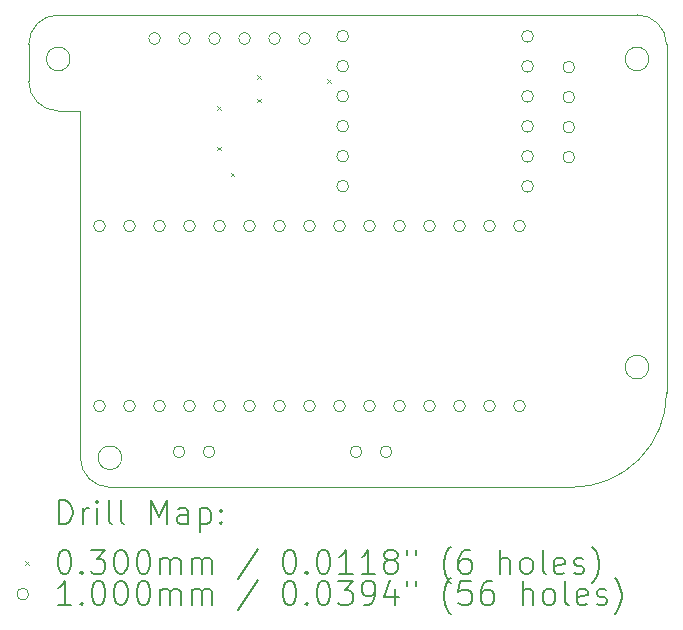
<source format=gbr>
%TF.GenerationSoftware,KiCad,Pcbnew,(6.0.9)*%
%TF.CreationDate,2023-05-29T15:26:25+10:00*%
%TF.ProjectId,SumoNyxPCB2.2,53756d6f-4e79-4785-9043-42322e322e6b,rev?*%
%TF.SameCoordinates,Original*%
%TF.FileFunction,Drillmap*%
%TF.FilePolarity,Positive*%
%FSLAX45Y45*%
G04 Gerber Fmt 4.5, Leading zero omitted, Abs format (unit mm)*
G04 Created by KiCad (PCBNEW (6.0.9)) date 2023-05-29 15:26:25*
%MOMM*%
%LPD*%
G01*
G04 APERTURE LIST*
%ADD10C,0.010000*%
%ADD11C,0.200000*%
%ADD12C,0.030000*%
%ADD13C,0.100000*%
G04 APERTURE END LIST*
D10*
X15912500Y-7188527D02*
X15912500Y-7188500D01*
X20975000Y-6625000D02*
G75*
G03*
X20725000Y-6375000I-250000J0D01*
G01*
X20725000Y-6375000D02*
X15825000Y-6375000D01*
X20825000Y-9357398D02*
G75*
G03*
X20825000Y-9357398I-100000J0D01*
G01*
X16012500Y-10125000D02*
G75*
G03*
X16262500Y-10375000I250000J0D01*
G01*
X15925000Y-6748198D02*
G75*
G03*
X15925000Y-6748198I-100000J0D01*
G01*
X16362500Y-10125000D02*
G75*
G03*
X16362500Y-10125000I-100000J0D01*
G01*
X20825000Y-6748198D02*
G75*
G03*
X20825000Y-6748198I-100000J0D01*
G01*
X15912500Y-7188500D02*
X16012500Y-7188500D01*
X16262500Y-10375000D02*
X20175000Y-10375000D01*
X15825000Y-7188527D02*
X15912500Y-7188527D01*
X20175000Y-10375000D02*
G75*
G03*
X20975000Y-9575000I0J800000D01*
G01*
X20975000Y-9575000D02*
X20975000Y-6625000D01*
X15575003Y-6938527D02*
G75*
G03*
X15825000Y-7188527I249997J-3D01*
G01*
X16012500Y-7188500D02*
X16012500Y-10125000D01*
X15825000Y-6375000D02*
G75*
G03*
X15575000Y-6625000I0J-250000D01*
G01*
X15575000Y-6625000D02*
X15575000Y-6938527D01*
D11*
D12*
X17171730Y-7146730D02*
X17201730Y-7176730D01*
X17201730Y-7146730D02*
X17171730Y-7176730D01*
X17171730Y-7491450D02*
X17201730Y-7521450D01*
X17201730Y-7491450D02*
X17171730Y-7521450D01*
X17285000Y-7710000D02*
X17315000Y-7740000D01*
X17315000Y-7710000D02*
X17285000Y-7740000D01*
X17510000Y-6885000D02*
X17540000Y-6915000D01*
X17540000Y-6885000D02*
X17510000Y-6915000D01*
X17510000Y-7085000D02*
X17540000Y-7115000D01*
X17540000Y-7085000D02*
X17510000Y-7115000D01*
X18101000Y-6919000D02*
X18131000Y-6949000D01*
X18131000Y-6919000D02*
X18101000Y-6949000D01*
D13*
X16224000Y-8162000D02*
G75*
G03*
X16224000Y-8162000I-50000J0D01*
G01*
X16224000Y-9686000D02*
G75*
G03*
X16224000Y-9686000I-50000J0D01*
G01*
X16478000Y-8162000D02*
G75*
G03*
X16478000Y-8162000I-50000J0D01*
G01*
X16478000Y-9686000D02*
G75*
G03*
X16478000Y-9686000I-50000J0D01*
G01*
X16690000Y-6575000D02*
G75*
G03*
X16690000Y-6575000I-50000J0D01*
G01*
X16732000Y-8162000D02*
G75*
G03*
X16732000Y-8162000I-50000J0D01*
G01*
X16732000Y-9686000D02*
G75*
G03*
X16732000Y-9686000I-50000J0D01*
G01*
X16897000Y-10075000D02*
G75*
G03*
X16897000Y-10075000I-50000J0D01*
G01*
X16944000Y-6575000D02*
G75*
G03*
X16944000Y-6575000I-50000J0D01*
G01*
X16986000Y-8162000D02*
G75*
G03*
X16986000Y-8162000I-50000J0D01*
G01*
X16986000Y-9686000D02*
G75*
G03*
X16986000Y-9686000I-50000J0D01*
G01*
X17151000Y-10075000D02*
G75*
G03*
X17151000Y-10075000I-50000J0D01*
G01*
X17198000Y-6575000D02*
G75*
G03*
X17198000Y-6575000I-50000J0D01*
G01*
X17240000Y-8162000D02*
G75*
G03*
X17240000Y-8162000I-50000J0D01*
G01*
X17240000Y-9686000D02*
G75*
G03*
X17240000Y-9686000I-50000J0D01*
G01*
X17452000Y-6575000D02*
G75*
G03*
X17452000Y-6575000I-50000J0D01*
G01*
X17494000Y-8162000D02*
G75*
G03*
X17494000Y-8162000I-50000J0D01*
G01*
X17494000Y-9686000D02*
G75*
G03*
X17494000Y-9686000I-50000J0D01*
G01*
X17706000Y-6575000D02*
G75*
G03*
X17706000Y-6575000I-50000J0D01*
G01*
X17748000Y-8162000D02*
G75*
G03*
X17748000Y-8162000I-50000J0D01*
G01*
X17748000Y-9686000D02*
G75*
G03*
X17748000Y-9686000I-50000J0D01*
G01*
X17960000Y-6575000D02*
G75*
G03*
X17960000Y-6575000I-50000J0D01*
G01*
X18002000Y-8162000D02*
G75*
G03*
X18002000Y-8162000I-50000J0D01*
G01*
X18002000Y-9686000D02*
G75*
G03*
X18002000Y-9686000I-50000J0D01*
G01*
X18256000Y-8162000D02*
G75*
G03*
X18256000Y-8162000I-50000J0D01*
G01*
X18256000Y-9686000D02*
G75*
G03*
X18256000Y-9686000I-50000J0D01*
G01*
X18283500Y-6555500D02*
G75*
G03*
X18283500Y-6555500I-50000J0D01*
G01*
X18283500Y-6809500D02*
G75*
G03*
X18283500Y-6809500I-50000J0D01*
G01*
X18283500Y-7063500D02*
G75*
G03*
X18283500Y-7063500I-50000J0D01*
G01*
X18283500Y-7317500D02*
G75*
G03*
X18283500Y-7317500I-50000J0D01*
G01*
X18283500Y-7571500D02*
G75*
G03*
X18283500Y-7571500I-50000J0D01*
G01*
X18283500Y-7825500D02*
G75*
G03*
X18283500Y-7825500I-50000J0D01*
G01*
X18396000Y-10075000D02*
G75*
G03*
X18396000Y-10075000I-50000J0D01*
G01*
X18510000Y-8162000D02*
G75*
G03*
X18510000Y-8162000I-50000J0D01*
G01*
X18510000Y-9686000D02*
G75*
G03*
X18510000Y-9686000I-50000J0D01*
G01*
X18650000Y-10075000D02*
G75*
G03*
X18650000Y-10075000I-50000J0D01*
G01*
X18764000Y-8162000D02*
G75*
G03*
X18764000Y-8162000I-50000J0D01*
G01*
X18764000Y-9686000D02*
G75*
G03*
X18764000Y-9686000I-50000J0D01*
G01*
X19018000Y-8162000D02*
G75*
G03*
X19018000Y-8162000I-50000J0D01*
G01*
X19018000Y-9686000D02*
G75*
G03*
X19018000Y-9686000I-50000J0D01*
G01*
X19272000Y-8162000D02*
G75*
G03*
X19272000Y-8162000I-50000J0D01*
G01*
X19272000Y-9686000D02*
G75*
G03*
X19272000Y-9686000I-50000J0D01*
G01*
X19526000Y-8162000D02*
G75*
G03*
X19526000Y-8162000I-50000J0D01*
G01*
X19526000Y-9686000D02*
G75*
G03*
X19526000Y-9686000I-50000J0D01*
G01*
X19780000Y-8162000D02*
G75*
G03*
X19780000Y-8162000I-50000J0D01*
G01*
X19780000Y-9686000D02*
G75*
G03*
X19780000Y-9686000I-50000J0D01*
G01*
X19847500Y-6556500D02*
G75*
G03*
X19847500Y-6556500I-50000J0D01*
G01*
X19847500Y-6810500D02*
G75*
G03*
X19847500Y-6810500I-50000J0D01*
G01*
X19847500Y-7064500D02*
G75*
G03*
X19847500Y-7064500I-50000J0D01*
G01*
X19847500Y-7318500D02*
G75*
G03*
X19847500Y-7318500I-50000J0D01*
G01*
X19847500Y-7572500D02*
G75*
G03*
X19847500Y-7572500I-50000J0D01*
G01*
X19847500Y-7826500D02*
G75*
G03*
X19847500Y-7826500I-50000J0D01*
G01*
X20197500Y-6818000D02*
G75*
G03*
X20197500Y-6818000I-50000J0D01*
G01*
X20197500Y-7072000D02*
G75*
G03*
X20197500Y-7072000I-50000J0D01*
G01*
X20197500Y-7326000D02*
G75*
G03*
X20197500Y-7326000I-50000J0D01*
G01*
X20197500Y-7580000D02*
G75*
G03*
X20197500Y-7580000I-50000J0D01*
G01*
D11*
X15832119Y-10685976D02*
X15832119Y-10485976D01*
X15879738Y-10485976D01*
X15908309Y-10495500D01*
X15927357Y-10514548D01*
X15936881Y-10533595D01*
X15946405Y-10571690D01*
X15946405Y-10600262D01*
X15936881Y-10638357D01*
X15927357Y-10657405D01*
X15908309Y-10676452D01*
X15879738Y-10685976D01*
X15832119Y-10685976D01*
X16032119Y-10685976D02*
X16032119Y-10552643D01*
X16032119Y-10590738D02*
X16041643Y-10571690D01*
X16051167Y-10562167D01*
X16070214Y-10552643D01*
X16089262Y-10552643D01*
X16155928Y-10685976D02*
X16155928Y-10552643D01*
X16155928Y-10485976D02*
X16146405Y-10495500D01*
X16155928Y-10505024D01*
X16165452Y-10495500D01*
X16155928Y-10485976D01*
X16155928Y-10505024D01*
X16279738Y-10685976D02*
X16260690Y-10676452D01*
X16251167Y-10657405D01*
X16251167Y-10485976D01*
X16384500Y-10685976D02*
X16365452Y-10676452D01*
X16355928Y-10657405D01*
X16355928Y-10485976D01*
X16613071Y-10685976D02*
X16613071Y-10485976D01*
X16679738Y-10628833D01*
X16746405Y-10485976D01*
X16746405Y-10685976D01*
X16927357Y-10685976D02*
X16927357Y-10581214D01*
X16917833Y-10562167D01*
X16898786Y-10552643D01*
X16860690Y-10552643D01*
X16841643Y-10562167D01*
X16927357Y-10676452D02*
X16908310Y-10685976D01*
X16860690Y-10685976D01*
X16841643Y-10676452D01*
X16832119Y-10657405D01*
X16832119Y-10638357D01*
X16841643Y-10619310D01*
X16860690Y-10609786D01*
X16908310Y-10609786D01*
X16927357Y-10600262D01*
X17022595Y-10552643D02*
X17022595Y-10752643D01*
X17022595Y-10562167D02*
X17041643Y-10552643D01*
X17079738Y-10552643D01*
X17098786Y-10562167D01*
X17108310Y-10571690D01*
X17117833Y-10590738D01*
X17117833Y-10647881D01*
X17108310Y-10666929D01*
X17098786Y-10676452D01*
X17079738Y-10685976D01*
X17041643Y-10685976D01*
X17022595Y-10676452D01*
X17203548Y-10666929D02*
X17213071Y-10676452D01*
X17203548Y-10685976D01*
X17194024Y-10676452D01*
X17203548Y-10666929D01*
X17203548Y-10685976D01*
X17203548Y-10562167D02*
X17213071Y-10571690D01*
X17203548Y-10581214D01*
X17194024Y-10571690D01*
X17203548Y-10562167D01*
X17203548Y-10581214D01*
D12*
X15544500Y-11000500D02*
X15574500Y-11030500D01*
X15574500Y-11000500D02*
X15544500Y-11030500D01*
D11*
X15870214Y-10905976D02*
X15889262Y-10905976D01*
X15908309Y-10915500D01*
X15917833Y-10925024D01*
X15927357Y-10944071D01*
X15936881Y-10982167D01*
X15936881Y-11029786D01*
X15927357Y-11067881D01*
X15917833Y-11086929D01*
X15908309Y-11096452D01*
X15889262Y-11105976D01*
X15870214Y-11105976D01*
X15851167Y-11096452D01*
X15841643Y-11086929D01*
X15832119Y-11067881D01*
X15822595Y-11029786D01*
X15822595Y-10982167D01*
X15832119Y-10944071D01*
X15841643Y-10925024D01*
X15851167Y-10915500D01*
X15870214Y-10905976D01*
X16022595Y-11086929D02*
X16032119Y-11096452D01*
X16022595Y-11105976D01*
X16013071Y-11096452D01*
X16022595Y-11086929D01*
X16022595Y-11105976D01*
X16098786Y-10905976D02*
X16222595Y-10905976D01*
X16155928Y-10982167D01*
X16184500Y-10982167D01*
X16203548Y-10991690D01*
X16213071Y-11001214D01*
X16222595Y-11020262D01*
X16222595Y-11067881D01*
X16213071Y-11086929D01*
X16203548Y-11096452D01*
X16184500Y-11105976D01*
X16127357Y-11105976D01*
X16108309Y-11096452D01*
X16098786Y-11086929D01*
X16346405Y-10905976D02*
X16365452Y-10905976D01*
X16384500Y-10915500D01*
X16394024Y-10925024D01*
X16403548Y-10944071D01*
X16413071Y-10982167D01*
X16413071Y-11029786D01*
X16403548Y-11067881D01*
X16394024Y-11086929D01*
X16384500Y-11096452D01*
X16365452Y-11105976D01*
X16346405Y-11105976D01*
X16327357Y-11096452D01*
X16317833Y-11086929D01*
X16308309Y-11067881D01*
X16298786Y-11029786D01*
X16298786Y-10982167D01*
X16308309Y-10944071D01*
X16317833Y-10925024D01*
X16327357Y-10915500D01*
X16346405Y-10905976D01*
X16536881Y-10905976D02*
X16555928Y-10905976D01*
X16574976Y-10915500D01*
X16584500Y-10925024D01*
X16594024Y-10944071D01*
X16603548Y-10982167D01*
X16603548Y-11029786D01*
X16594024Y-11067881D01*
X16584500Y-11086929D01*
X16574976Y-11096452D01*
X16555928Y-11105976D01*
X16536881Y-11105976D01*
X16517833Y-11096452D01*
X16508309Y-11086929D01*
X16498786Y-11067881D01*
X16489262Y-11029786D01*
X16489262Y-10982167D01*
X16498786Y-10944071D01*
X16508309Y-10925024D01*
X16517833Y-10915500D01*
X16536881Y-10905976D01*
X16689262Y-11105976D02*
X16689262Y-10972643D01*
X16689262Y-10991690D02*
X16698786Y-10982167D01*
X16717833Y-10972643D01*
X16746405Y-10972643D01*
X16765452Y-10982167D01*
X16774976Y-11001214D01*
X16774976Y-11105976D01*
X16774976Y-11001214D02*
X16784500Y-10982167D01*
X16803548Y-10972643D01*
X16832119Y-10972643D01*
X16851167Y-10982167D01*
X16860690Y-11001214D01*
X16860690Y-11105976D01*
X16955929Y-11105976D02*
X16955929Y-10972643D01*
X16955929Y-10991690D02*
X16965452Y-10982167D01*
X16984500Y-10972643D01*
X17013071Y-10972643D01*
X17032119Y-10982167D01*
X17041643Y-11001214D01*
X17041643Y-11105976D01*
X17041643Y-11001214D02*
X17051167Y-10982167D01*
X17070214Y-10972643D01*
X17098786Y-10972643D01*
X17117833Y-10982167D01*
X17127357Y-11001214D01*
X17127357Y-11105976D01*
X17517833Y-10896452D02*
X17346405Y-11153595D01*
X17774976Y-10905976D02*
X17794024Y-10905976D01*
X17813071Y-10915500D01*
X17822595Y-10925024D01*
X17832119Y-10944071D01*
X17841643Y-10982167D01*
X17841643Y-11029786D01*
X17832119Y-11067881D01*
X17822595Y-11086929D01*
X17813071Y-11096452D01*
X17794024Y-11105976D01*
X17774976Y-11105976D01*
X17755929Y-11096452D01*
X17746405Y-11086929D01*
X17736881Y-11067881D01*
X17727357Y-11029786D01*
X17727357Y-10982167D01*
X17736881Y-10944071D01*
X17746405Y-10925024D01*
X17755929Y-10915500D01*
X17774976Y-10905976D01*
X17927357Y-11086929D02*
X17936881Y-11096452D01*
X17927357Y-11105976D01*
X17917833Y-11096452D01*
X17927357Y-11086929D01*
X17927357Y-11105976D01*
X18060690Y-10905976D02*
X18079738Y-10905976D01*
X18098786Y-10915500D01*
X18108310Y-10925024D01*
X18117833Y-10944071D01*
X18127357Y-10982167D01*
X18127357Y-11029786D01*
X18117833Y-11067881D01*
X18108310Y-11086929D01*
X18098786Y-11096452D01*
X18079738Y-11105976D01*
X18060690Y-11105976D01*
X18041643Y-11096452D01*
X18032119Y-11086929D01*
X18022595Y-11067881D01*
X18013071Y-11029786D01*
X18013071Y-10982167D01*
X18022595Y-10944071D01*
X18032119Y-10925024D01*
X18041643Y-10915500D01*
X18060690Y-10905976D01*
X18317833Y-11105976D02*
X18203548Y-11105976D01*
X18260690Y-11105976D02*
X18260690Y-10905976D01*
X18241643Y-10934548D01*
X18222595Y-10953595D01*
X18203548Y-10963119D01*
X18508310Y-11105976D02*
X18394024Y-11105976D01*
X18451167Y-11105976D02*
X18451167Y-10905976D01*
X18432119Y-10934548D01*
X18413071Y-10953595D01*
X18394024Y-10963119D01*
X18622595Y-10991690D02*
X18603548Y-10982167D01*
X18594024Y-10972643D01*
X18584500Y-10953595D01*
X18584500Y-10944071D01*
X18594024Y-10925024D01*
X18603548Y-10915500D01*
X18622595Y-10905976D01*
X18660690Y-10905976D01*
X18679738Y-10915500D01*
X18689262Y-10925024D01*
X18698786Y-10944071D01*
X18698786Y-10953595D01*
X18689262Y-10972643D01*
X18679738Y-10982167D01*
X18660690Y-10991690D01*
X18622595Y-10991690D01*
X18603548Y-11001214D01*
X18594024Y-11010738D01*
X18584500Y-11029786D01*
X18584500Y-11067881D01*
X18594024Y-11086929D01*
X18603548Y-11096452D01*
X18622595Y-11105976D01*
X18660690Y-11105976D01*
X18679738Y-11096452D01*
X18689262Y-11086929D01*
X18698786Y-11067881D01*
X18698786Y-11029786D01*
X18689262Y-11010738D01*
X18679738Y-11001214D01*
X18660690Y-10991690D01*
X18774976Y-10905976D02*
X18774976Y-10944071D01*
X18851167Y-10905976D02*
X18851167Y-10944071D01*
X19146405Y-11182167D02*
X19136881Y-11172643D01*
X19117833Y-11144071D01*
X19108310Y-11125024D01*
X19098786Y-11096452D01*
X19089262Y-11048833D01*
X19089262Y-11010738D01*
X19098786Y-10963119D01*
X19108310Y-10934548D01*
X19117833Y-10915500D01*
X19136881Y-10886929D01*
X19146405Y-10877405D01*
X19308310Y-10905976D02*
X19270214Y-10905976D01*
X19251167Y-10915500D01*
X19241643Y-10925024D01*
X19222595Y-10953595D01*
X19213071Y-10991690D01*
X19213071Y-11067881D01*
X19222595Y-11086929D01*
X19232119Y-11096452D01*
X19251167Y-11105976D01*
X19289262Y-11105976D01*
X19308310Y-11096452D01*
X19317833Y-11086929D01*
X19327357Y-11067881D01*
X19327357Y-11020262D01*
X19317833Y-11001214D01*
X19308310Y-10991690D01*
X19289262Y-10982167D01*
X19251167Y-10982167D01*
X19232119Y-10991690D01*
X19222595Y-11001214D01*
X19213071Y-11020262D01*
X19565452Y-11105976D02*
X19565452Y-10905976D01*
X19651167Y-11105976D02*
X19651167Y-11001214D01*
X19641643Y-10982167D01*
X19622595Y-10972643D01*
X19594024Y-10972643D01*
X19574976Y-10982167D01*
X19565452Y-10991690D01*
X19774976Y-11105976D02*
X19755929Y-11096452D01*
X19746405Y-11086929D01*
X19736881Y-11067881D01*
X19736881Y-11010738D01*
X19746405Y-10991690D01*
X19755929Y-10982167D01*
X19774976Y-10972643D01*
X19803548Y-10972643D01*
X19822595Y-10982167D01*
X19832119Y-10991690D01*
X19841643Y-11010738D01*
X19841643Y-11067881D01*
X19832119Y-11086929D01*
X19822595Y-11096452D01*
X19803548Y-11105976D01*
X19774976Y-11105976D01*
X19955929Y-11105976D02*
X19936881Y-11096452D01*
X19927357Y-11077405D01*
X19927357Y-10905976D01*
X20108310Y-11096452D02*
X20089262Y-11105976D01*
X20051167Y-11105976D01*
X20032119Y-11096452D01*
X20022595Y-11077405D01*
X20022595Y-11001214D01*
X20032119Y-10982167D01*
X20051167Y-10972643D01*
X20089262Y-10972643D01*
X20108310Y-10982167D01*
X20117833Y-11001214D01*
X20117833Y-11020262D01*
X20022595Y-11039310D01*
X20194024Y-11096452D02*
X20213071Y-11105976D01*
X20251167Y-11105976D01*
X20270214Y-11096452D01*
X20279738Y-11077405D01*
X20279738Y-11067881D01*
X20270214Y-11048833D01*
X20251167Y-11039310D01*
X20222595Y-11039310D01*
X20203548Y-11029786D01*
X20194024Y-11010738D01*
X20194024Y-11001214D01*
X20203548Y-10982167D01*
X20222595Y-10972643D01*
X20251167Y-10972643D01*
X20270214Y-10982167D01*
X20346405Y-11182167D02*
X20355929Y-11172643D01*
X20374976Y-11144071D01*
X20384500Y-11125024D01*
X20394024Y-11096452D01*
X20403548Y-11048833D01*
X20403548Y-11010738D01*
X20394024Y-10963119D01*
X20384500Y-10934548D01*
X20374976Y-10915500D01*
X20355929Y-10886929D01*
X20346405Y-10877405D01*
D13*
X15574500Y-11279500D02*
G75*
G03*
X15574500Y-11279500I-50000J0D01*
G01*
D11*
X15936881Y-11369976D02*
X15822595Y-11369976D01*
X15879738Y-11369976D02*
X15879738Y-11169976D01*
X15860690Y-11198548D01*
X15841643Y-11217595D01*
X15822595Y-11227119D01*
X16022595Y-11350928D02*
X16032119Y-11360452D01*
X16022595Y-11369976D01*
X16013071Y-11360452D01*
X16022595Y-11350928D01*
X16022595Y-11369976D01*
X16155928Y-11169976D02*
X16174976Y-11169976D01*
X16194024Y-11179500D01*
X16203548Y-11189024D01*
X16213071Y-11208071D01*
X16222595Y-11246167D01*
X16222595Y-11293786D01*
X16213071Y-11331881D01*
X16203548Y-11350928D01*
X16194024Y-11360452D01*
X16174976Y-11369976D01*
X16155928Y-11369976D01*
X16136881Y-11360452D01*
X16127357Y-11350928D01*
X16117833Y-11331881D01*
X16108309Y-11293786D01*
X16108309Y-11246167D01*
X16117833Y-11208071D01*
X16127357Y-11189024D01*
X16136881Y-11179500D01*
X16155928Y-11169976D01*
X16346405Y-11169976D02*
X16365452Y-11169976D01*
X16384500Y-11179500D01*
X16394024Y-11189024D01*
X16403548Y-11208071D01*
X16413071Y-11246167D01*
X16413071Y-11293786D01*
X16403548Y-11331881D01*
X16394024Y-11350928D01*
X16384500Y-11360452D01*
X16365452Y-11369976D01*
X16346405Y-11369976D01*
X16327357Y-11360452D01*
X16317833Y-11350928D01*
X16308309Y-11331881D01*
X16298786Y-11293786D01*
X16298786Y-11246167D01*
X16308309Y-11208071D01*
X16317833Y-11189024D01*
X16327357Y-11179500D01*
X16346405Y-11169976D01*
X16536881Y-11169976D02*
X16555928Y-11169976D01*
X16574976Y-11179500D01*
X16584500Y-11189024D01*
X16594024Y-11208071D01*
X16603548Y-11246167D01*
X16603548Y-11293786D01*
X16594024Y-11331881D01*
X16584500Y-11350928D01*
X16574976Y-11360452D01*
X16555928Y-11369976D01*
X16536881Y-11369976D01*
X16517833Y-11360452D01*
X16508309Y-11350928D01*
X16498786Y-11331881D01*
X16489262Y-11293786D01*
X16489262Y-11246167D01*
X16498786Y-11208071D01*
X16508309Y-11189024D01*
X16517833Y-11179500D01*
X16536881Y-11169976D01*
X16689262Y-11369976D02*
X16689262Y-11236643D01*
X16689262Y-11255690D02*
X16698786Y-11246167D01*
X16717833Y-11236643D01*
X16746405Y-11236643D01*
X16765452Y-11246167D01*
X16774976Y-11265214D01*
X16774976Y-11369976D01*
X16774976Y-11265214D02*
X16784500Y-11246167D01*
X16803548Y-11236643D01*
X16832119Y-11236643D01*
X16851167Y-11246167D01*
X16860690Y-11265214D01*
X16860690Y-11369976D01*
X16955929Y-11369976D02*
X16955929Y-11236643D01*
X16955929Y-11255690D02*
X16965452Y-11246167D01*
X16984500Y-11236643D01*
X17013071Y-11236643D01*
X17032119Y-11246167D01*
X17041643Y-11265214D01*
X17041643Y-11369976D01*
X17041643Y-11265214D02*
X17051167Y-11246167D01*
X17070214Y-11236643D01*
X17098786Y-11236643D01*
X17117833Y-11246167D01*
X17127357Y-11265214D01*
X17127357Y-11369976D01*
X17517833Y-11160452D02*
X17346405Y-11417595D01*
X17774976Y-11169976D02*
X17794024Y-11169976D01*
X17813071Y-11179500D01*
X17822595Y-11189024D01*
X17832119Y-11208071D01*
X17841643Y-11246167D01*
X17841643Y-11293786D01*
X17832119Y-11331881D01*
X17822595Y-11350928D01*
X17813071Y-11360452D01*
X17794024Y-11369976D01*
X17774976Y-11369976D01*
X17755929Y-11360452D01*
X17746405Y-11350928D01*
X17736881Y-11331881D01*
X17727357Y-11293786D01*
X17727357Y-11246167D01*
X17736881Y-11208071D01*
X17746405Y-11189024D01*
X17755929Y-11179500D01*
X17774976Y-11169976D01*
X17927357Y-11350928D02*
X17936881Y-11360452D01*
X17927357Y-11369976D01*
X17917833Y-11360452D01*
X17927357Y-11350928D01*
X17927357Y-11369976D01*
X18060690Y-11169976D02*
X18079738Y-11169976D01*
X18098786Y-11179500D01*
X18108310Y-11189024D01*
X18117833Y-11208071D01*
X18127357Y-11246167D01*
X18127357Y-11293786D01*
X18117833Y-11331881D01*
X18108310Y-11350928D01*
X18098786Y-11360452D01*
X18079738Y-11369976D01*
X18060690Y-11369976D01*
X18041643Y-11360452D01*
X18032119Y-11350928D01*
X18022595Y-11331881D01*
X18013071Y-11293786D01*
X18013071Y-11246167D01*
X18022595Y-11208071D01*
X18032119Y-11189024D01*
X18041643Y-11179500D01*
X18060690Y-11169976D01*
X18194024Y-11169976D02*
X18317833Y-11169976D01*
X18251167Y-11246167D01*
X18279738Y-11246167D01*
X18298786Y-11255690D01*
X18308310Y-11265214D01*
X18317833Y-11284262D01*
X18317833Y-11331881D01*
X18308310Y-11350928D01*
X18298786Y-11360452D01*
X18279738Y-11369976D01*
X18222595Y-11369976D01*
X18203548Y-11360452D01*
X18194024Y-11350928D01*
X18413071Y-11369976D02*
X18451167Y-11369976D01*
X18470214Y-11360452D01*
X18479738Y-11350928D01*
X18498786Y-11322357D01*
X18508310Y-11284262D01*
X18508310Y-11208071D01*
X18498786Y-11189024D01*
X18489262Y-11179500D01*
X18470214Y-11169976D01*
X18432119Y-11169976D01*
X18413071Y-11179500D01*
X18403548Y-11189024D01*
X18394024Y-11208071D01*
X18394024Y-11255690D01*
X18403548Y-11274738D01*
X18413071Y-11284262D01*
X18432119Y-11293786D01*
X18470214Y-11293786D01*
X18489262Y-11284262D01*
X18498786Y-11274738D01*
X18508310Y-11255690D01*
X18679738Y-11236643D02*
X18679738Y-11369976D01*
X18632119Y-11160452D02*
X18584500Y-11303309D01*
X18708310Y-11303309D01*
X18774976Y-11169976D02*
X18774976Y-11208071D01*
X18851167Y-11169976D02*
X18851167Y-11208071D01*
X19146405Y-11446167D02*
X19136881Y-11436643D01*
X19117833Y-11408071D01*
X19108310Y-11389024D01*
X19098786Y-11360452D01*
X19089262Y-11312833D01*
X19089262Y-11274738D01*
X19098786Y-11227119D01*
X19108310Y-11198548D01*
X19117833Y-11179500D01*
X19136881Y-11150929D01*
X19146405Y-11141405D01*
X19317833Y-11169976D02*
X19222595Y-11169976D01*
X19213071Y-11265214D01*
X19222595Y-11255690D01*
X19241643Y-11246167D01*
X19289262Y-11246167D01*
X19308310Y-11255690D01*
X19317833Y-11265214D01*
X19327357Y-11284262D01*
X19327357Y-11331881D01*
X19317833Y-11350928D01*
X19308310Y-11360452D01*
X19289262Y-11369976D01*
X19241643Y-11369976D01*
X19222595Y-11360452D01*
X19213071Y-11350928D01*
X19498786Y-11169976D02*
X19460690Y-11169976D01*
X19441643Y-11179500D01*
X19432119Y-11189024D01*
X19413071Y-11217595D01*
X19403548Y-11255690D01*
X19403548Y-11331881D01*
X19413071Y-11350928D01*
X19422595Y-11360452D01*
X19441643Y-11369976D01*
X19479738Y-11369976D01*
X19498786Y-11360452D01*
X19508310Y-11350928D01*
X19517833Y-11331881D01*
X19517833Y-11284262D01*
X19508310Y-11265214D01*
X19498786Y-11255690D01*
X19479738Y-11246167D01*
X19441643Y-11246167D01*
X19422595Y-11255690D01*
X19413071Y-11265214D01*
X19403548Y-11284262D01*
X19755929Y-11369976D02*
X19755929Y-11169976D01*
X19841643Y-11369976D02*
X19841643Y-11265214D01*
X19832119Y-11246167D01*
X19813071Y-11236643D01*
X19784500Y-11236643D01*
X19765452Y-11246167D01*
X19755929Y-11255690D01*
X19965452Y-11369976D02*
X19946405Y-11360452D01*
X19936881Y-11350928D01*
X19927357Y-11331881D01*
X19927357Y-11274738D01*
X19936881Y-11255690D01*
X19946405Y-11246167D01*
X19965452Y-11236643D01*
X19994024Y-11236643D01*
X20013071Y-11246167D01*
X20022595Y-11255690D01*
X20032119Y-11274738D01*
X20032119Y-11331881D01*
X20022595Y-11350928D01*
X20013071Y-11360452D01*
X19994024Y-11369976D01*
X19965452Y-11369976D01*
X20146405Y-11369976D02*
X20127357Y-11360452D01*
X20117833Y-11341405D01*
X20117833Y-11169976D01*
X20298786Y-11360452D02*
X20279738Y-11369976D01*
X20241643Y-11369976D01*
X20222595Y-11360452D01*
X20213071Y-11341405D01*
X20213071Y-11265214D01*
X20222595Y-11246167D01*
X20241643Y-11236643D01*
X20279738Y-11236643D01*
X20298786Y-11246167D01*
X20308310Y-11265214D01*
X20308310Y-11284262D01*
X20213071Y-11303309D01*
X20384500Y-11360452D02*
X20403548Y-11369976D01*
X20441643Y-11369976D01*
X20460690Y-11360452D01*
X20470214Y-11341405D01*
X20470214Y-11331881D01*
X20460690Y-11312833D01*
X20441643Y-11303309D01*
X20413071Y-11303309D01*
X20394024Y-11293786D01*
X20384500Y-11274738D01*
X20384500Y-11265214D01*
X20394024Y-11246167D01*
X20413071Y-11236643D01*
X20441643Y-11236643D01*
X20460690Y-11246167D01*
X20536881Y-11446167D02*
X20546405Y-11436643D01*
X20565452Y-11408071D01*
X20574976Y-11389024D01*
X20584500Y-11360452D01*
X20594024Y-11312833D01*
X20594024Y-11274738D01*
X20584500Y-11227119D01*
X20574976Y-11198548D01*
X20565452Y-11179500D01*
X20546405Y-11150929D01*
X20536881Y-11141405D01*
M02*

</source>
